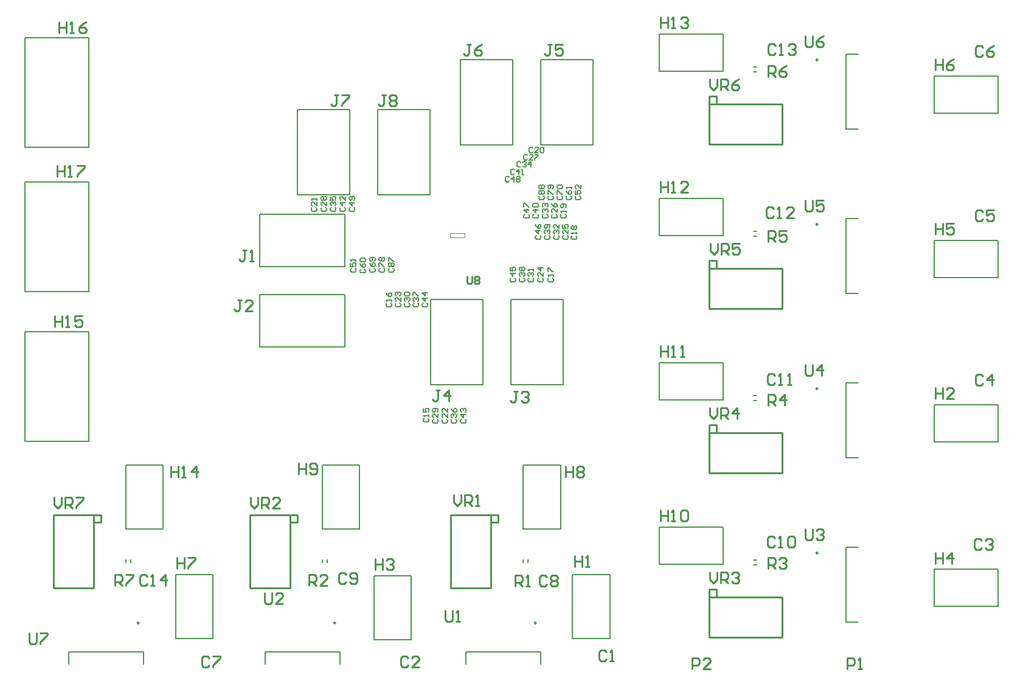
<source format=gto>
G04*
G04 #@! TF.GenerationSoftware,Altium Limited,Altium Designer,21.2.2 (38)*
G04*
G04 Layer_Color=65535*
%FSLAX25Y25*%
%MOIN*%
G70*
G04*
G04 #@! TF.SameCoordinates,7CE423D0-DD0A-4659-BC9C-6402AB630EF7*
G04*
G04*
G04 #@! TF.FilePolarity,Positive*
G04*
G01*
G75*
%ADD10C,0.00984*%
%ADD11C,0.00787*%
%ADD12C,0.00200*%
%ADD13C,0.00600*%
%ADD14C,0.01000*%
%ADD15C,0.00800*%
D10*
X303142Y94353D02*
X302403Y94779D01*
Y93927D01*
X303142Y94353D01*
X193113Y94353D02*
X192375Y94779D01*
Y93927D01*
X193113Y94353D01*
X457605Y132621D02*
X456866Y133047D01*
Y132195D01*
X457605Y132621D01*
Y222621D02*
X456866Y223047D01*
Y222195D01*
X457605Y222621D01*
X457605Y312621D02*
X456866Y313047D01*
Y312195D01*
X457605Y312621D01*
Y402621D02*
X456866Y403047D01*
Y402195D01*
X457605Y402621D01*
X85413Y94353D02*
X84675Y94779D01*
Y93927D01*
X85413Y94353D01*
D11*
X186200Y145731D02*
Y180731D01*
Y145731D02*
X206600D01*
Y180731D01*
X186200D02*
X206600D01*
X78500Y145731D02*
Y180731D01*
Y145731D02*
X98900D01*
Y180731D01*
X78500D02*
X98900D01*
X23200Y335555D02*
X58200D01*
X23200Y275555D02*
Y335555D01*
Y275555D02*
X58200D01*
Y335555D01*
X23200Y253647D02*
X58200D01*
X23200Y193647D02*
Y253647D01*
Y193647D02*
X58200D01*
Y253647D01*
X23200Y414555D02*
X58200D01*
X23200Y354555D02*
Y414555D01*
Y354555D02*
X58200D01*
Y414555D01*
X323228Y85731D02*
X343628D01*
X323228D02*
Y120731D01*
X343628D01*
Y85731D02*
Y120731D01*
X214447Y84900D02*
X234847D01*
X214447D02*
Y119900D01*
X234847D01*
Y84900D02*
Y119900D01*
X556400Y103300D02*
Y123700D01*
X521400Y103300D02*
X556400D01*
X521400D02*
Y123700D01*
X556400D01*
Y283300D02*
Y303700D01*
X521400Y283300D02*
X556400D01*
X521400D02*
Y303700D01*
X556400D01*
Y373300D02*
Y393700D01*
X521400Y373300D02*
X556400D01*
X521400D02*
Y393700D01*
X556400D01*
X105667Y85731D02*
X126067D01*
X105667D02*
Y120731D01*
X126067D01*
Y85731D02*
Y120731D01*
X296228Y180731D02*
X316628D01*
Y145731D02*
Y180731D01*
X296228Y145731D02*
X316628D01*
X296228D02*
Y180731D01*
X370735Y126200D02*
Y146600D01*
X405734D01*
Y126200D02*
Y146600D01*
X370735Y126200D02*
X405734D01*
X370735Y216200D02*
Y236600D01*
X405734D01*
Y216200D02*
Y236600D01*
X370735Y216200D02*
X405734D01*
X370735Y306200D02*
Y326600D01*
X405734D01*
Y306200D02*
Y326600D01*
X370735Y306200D02*
X405734D01*
X370735Y396200D02*
Y416600D01*
X405734D01*
Y396200D02*
Y416600D01*
X370735Y396200D02*
X405734D01*
X556400Y193300D02*
Y213700D01*
X521400Y193300D02*
X556400D01*
X521400D02*
Y213700D01*
X556400D01*
X264756Y78408D02*
X305701D01*
X264756Y71518D02*
Y78408D01*
X305701Y71518D02*
Y78408D01*
X154727Y78408D02*
X195672D01*
X154727Y71518D02*
Y78408D01*
X195672Y71518D02*
Y78408D01*
X473057Y94727D02*
Y135672D01*
Y94727D02*
X479947D01*
X473057Y135672D02*
X479947D01*
X473057Y184728D02*
Y225672D01*
Y184728D02*
X479947D01*
X473057Y225672D02*
X479947D01*
X473057Y274728D02*
Y315672D01*
Y274728D02*
X479947D01*
X473057Y315672D02*
X479947D01*
X473057Y364727D02*
Y405672D01*
Y364727D02*
X479947D01*
X473057Y405672D02*
X479947D01*
X47028Y78408D02*
X87972D01*
X47028Y71518D02*
Y78408D01*
X87972Y71518D02*
Y78408D01*
X422503Y218778D02*
X424078D01*
X422503Y216022D02*
X424078D01*
X422503Y306022D02*
X424078D01*
X422503Y308778D02*
X424078D01*
X422503Y398778D02*
X424078D01*
X422503Y396022D02*
X424078D01*
X422503Y128778D02*
X424078D01*
X422503Y126022D02*
X424078D01*
X188778Y127387D02*
Y128962D01*
X186022Y127387D02*
Y128962D01*
X296050Y127387D02*
Y128962D01*
X298806Y127387D02*
Y128962D01*
X81078Y127387D02*
Y128962D01*
X78322Y127387D02*
Y128962D01*
D12*
X256101Y305154D02*
Y307654D01*
X264101D01*
Y305154D02*
Y307654D01*
X256101Y305154D02*
X264101D01*
D13*
X334400Y355900D02*
Y402500D01*
X305800Y355900D02*
X334400D01*
X305800D02*
Y402500D01*
X334400D01*
X261800Y355900D02*
X290400D01*
Y402500D01*
X261800D02*
X290400D01*
X261800Y355900D02*
Y402500D01*
X318101Y224700D02*
Y271300D01*
X289501Y224700D02*
X318101D01*
X289501D02*
Y271300D01*
X318101D01*
X245501Y224700D02*
X274101D01*
Y271300D01*
X245501D02*
X274101D01*
X245501Y224700D02*
Y271300D01*
X172550Y328700D02*
Y375300D01*
X201150D01*
Y328700D02*
Y375300D01*
X172550Y328700D02*
X201150D01*
X216550Y375300D02*
X245150D01*
X216550Y328700D02*
Y375300D01*
Y328700D02*
X245150D01*
Y375300D01*
X151700Y318000D02*
X198300D01*
Y289400D02*
Y318000D01*
X151700Y289400D02*
X198300D01*
X151700D02*
Y318000D01*
X198300Y245400D02*
Y274000D01*
X151700D02*
X198300D01*
X151700Y245400D02*
Y274000D01*
Y245400D02*
X198300D01*
D14*
X282528Y149375D02*
Y153375D01*
X278528D02*
X282528D01*
Y149675D02*
X282533Y149671D01*
X278533Y149375D02*
X282533D01*
X256428Y153375D02*
X278428D01*
X256428Y113375D02*
X278428D01*
X256428D02*
Y153375D01*
X278428Y113375D02*
Y153375D01*
X172500Y149375D02*
Y153375D01*
X168500D02*
X172500D01*
Y149675D02*
X172504Y149671D01*
X168504Y149375D02*
X172504D01*
X146400Y153375D02*
X168400D01*
X146400Y113375D02*
X168400D01*
X146400D02*
Y153375D01*
X168400Y113375D02*
Y153375D01*
X398090Y112500D02*
X402090D01*
X398090Y108500D02*
Y112500D01*
X401790D02*
X401795Y112504D01*
X402090Y108504D02*
Y112504D01*
X398090Y86400D02*
Y108400D01*
X438090Y86400D02*
Y108400D01*
X398090Y86400D02*
X438090D01*
X398090Y108400D02*
X438090D01*
X398090Y202500D02*
X402090D01*
X398090Y198500D02*
Y202500D01*
X401790D02*
X401795Y202504D01*
X402090Y198504D02*
Y202504D01*
X398090Y176400D02*
Y198400D01*
X438090Y176400D02*
Y198400D01*
X398090Y176400D02*
X438090D01*
X398090Y198400D02*
X438090D01*
X398090Y292500D02*
X402090D01*
X398090Y288500D02*
Y292500D01*
X401790D02*
X401795Y292504D01*
X402090Y288504D02*
Y292504D01*
X398090Y266400D02*
Y288400D01*
X438090Y266400D02*
Y288400D01*
X398090Y266400D02*
X438090D01*
X398090Y288400D02*
X438090D01*
X398090Y382500D02*
X402090D01*
X398090Y378500D02*
Y382500D01*
X401790D02*
X401795Y382504D01*
X402090Y378504D02*
Y382504D01*
X398090Y356400D02*
Y378400D01*
X438090Y356400D02*
Y378400D01*
X398090Y356400D02*
X438090D01*
X398090Y378400D02*
X438090D01*
X64800Y149375D02*
Y153375D01*
X60800D02*
X64800D01*
Y149675D02*
X64804Y149671D01*
X60804Y149375D02*
X64804D01*
X38700Y153375D02*
X60700D01*
X38700Y113375D02*
X60700D01*
X38700D02*
Y153375D01*
X60700Y113375D02*
Y153375D01*
X173102Y181505D02*
Y175507D01*
Y178506D01*
X177100D01*
Y181505D01*
Y175507D01*
X179100Y176506D02*
X180099Y175507D01*
X182099D01*
X183098Y176506D01*
Y180505D01*
X182099Y181505D01*
X180099D01*
X179100Y180505D01*
Y179505D01*
X180099Y178506D01*
X183098D01*
X102998Y180099D02*
Y174101D01*
Y177100D01*
X106997D01*
Y180099D01*
Y174101D01*
X108996D02*
X110995D01*
X109996D01*
Y180099D01*
X108996Y179099D01*
X116993Y174101D02*
Y180099D01*
X113994Y177100D01*
X117993D01*
X40652Y344699D02*
Y338701D01*
Y341700D01*
X44651D01*
Y344699D01*
Y338701D01*
X46650D02*
X48650D01*
X47650D01*
Y344699D01*
X46650Y343699D01*
X51649Y344699D02*
X55648D01*
Y343699D01*
X51649Y339701D01*
Y338701D01*
X39602Y262449D02*
Y256451D01*
Y259450D01*
X43601D01*
Y262449D01*
Y256451D01*
X45601D02*
X47600D01*
X46600D01*
Y262449D01*
X45601Y261449D01*
X54598Y262449D02*
X50599D01*
Y259450D01*
X52598Y260450D01*
X53598D01*
X54598Y259450D01*
Y257451D01*
X53598Y256451D01*
X51599D01*
X50599Y257451D01*
X41802Y423399D02*
Y417401D01*
Y420400D01*
X45801D01*
Y423399D01*
Y417401D01*
X47800D02*
X49800D01*
X48800D01*
Y423399D01*
X47800Y422399D01*
X56798Y423399D02*
X54798Y422399D01*
X52799Y420400D01*
Y418401D01*
X53799Y417401D01*
X55798D01*
X56798Y418401D01*
Y419400D01*
X55798Y420400D01*
X52799D01*
X267300Y411099D02*
X265301D01*
X266301D01*
Y406101D01*
X265301Y405101D01*
X264301D01*
X263302Y406101D01*
X273298Y411099D02*
X271299Y410099D01*
X269300Y408100D01*
Y406101D01*
X270299Y405101D01*
X272299D01*
X273298Y406101D01*
Y407100D01*
X272299Y408100D01*
X269300D01*
X473900Y69100D02*
Y75098D01*
X476899D01*
X477899Y74098D01*
Y72099D01*
X476899Y71099D01*
X473900D01*
X479898Y69100D02*
X481897D01*
X480898D01*
Y75098D01*
X479898Y74098D01*
X388900Y69100D02*
Y75098D01*
X391899D01*
X392899Y74098D01*
Y72099D01*
X391899Y71099D01*
X388900D01*
X398897Y69100D02*
X394898D01*
X398897Y73099D01*
Y74098D01*
X397897Y75098D01*
X395898D01*
X394898Y74098D01*
X547999Y229198D02*
X546999Y230198D01*
X545000D01*
X544000Y229198D01*
Y225200D01*
X545000Y224200D01*
X546999D01*
X547999Y225200D01*
X552997Y224200D02*
Y230198D01*
X549998Y227199D01*
X553997D01*
X522000Y223098D02*
Y217100D01*
Y220099D01*
X525999D01*
Y223098D01*
Y217100D01*
X531997D02*
X527998D01*
X531997Y221099D01*
Y222098D01*
X530997Y223098D01*
X528998D01*
X527998Y222098D01*
X311899Y410998D02*
X309899D01*
X310899D01*
Y406000D01*
X309899Y405000D01*
X308900D01*
X307900Y406000D01*
X317897Y410998D02*
X313898D01*
Y407999D01*
X315897Y408999D01*
X316897D01*
X317897Y407999D01*
Y406000D01*
X316897Y405000D01*
X314898D01*
X313898Y406000D01*
X141900Y271099D02*
X139901D01*
X140901D01*
Y266101D01*
X139901Y265101D01*
X138901D01*
X137902Y266101D01*
X147898Y265101D02*
X143900D01*
X147898Y269100D01*
Y270099D01*
X146899Y271099D01*
X144899D01*
X143900Y270099D01*
X144400Y298399D02*
X142401D01*
X143400D01*
Y293401D01*
X142401Y292401D01*
X141401D01*
X140401Y293401D01*
X146399Y292401D02*
X148399D01*
X147399D01*
Y298399D01*
X146399Y297399D01*
X434201Y140499D02*
X433202Y141499D01*
X431202D01*
X430202Y140499D01*
Y136501D01*
X431202Y135501D01*
X433202D01*
X434201Y136501D01*
X436201Y135501D02*
X438200D01*
X437200D01*
Y141499D01*
X436201Y140499D01*
X441199D02*
X442199Y141499D01*
X444198D01*
X445198Y140499D01*
Y136501D01*
X444198Y135501D01*
X442199D01*
X441199Y136501D01*
Y140499D01*
X39200Y162873D02*
Y158874D01*
X41199Y156875D01*
X43199Y158874D01*
Y162873D01*
X45198Y156875D02*
Y162873D01*
X48197D01*
X49197Y161873D01*
Y159874D01*
X48197Y158874D01*
X45198D01*
X47197D02*
X49197Y156875D01*
X51196Y162873D02*
X55195D01*
Y161873D01*
X51196Y157875D01*
Y156875D01*
X398590Y391998D02*
Y387999D01*
X400590Y386000D01*
X402589Y387999D01*
Y391998D01*
X404588Y386000D02*
Y391998D01*
X407587D01*
X408587Y390998D01*
Y388999D01*
X407587Y387999D01*
X404588D01*
X406588D02*
X408587Y386000D01*
X414585Y391998D02*
X412586Y390998D01*
X410587Y388999D01*
Y387000D01*
X411586Y386000D01*
X413586D01*
X414585Y387000D01*
Y387999D01*
X413586Y388999D01*
X410587D01*
X398635Y301998D02*
Y297999D01*
X400634Y296000D01*
X402633Y297999D01*
Y301998D01*
X404633Y296000D02*
Y301998D01*
X407632D01*
X408631Y300998D01*
Y298999D01*
X407632Y297999D01*
X404633D01*
X406632D02*
X408631Y296000D01*
X414629Y301998D02*
X410631D01*
Y298999D01*
X412630Y299999D01*
X413630D01*
X414629Y298999D01*
Y297000D01*
X413630Y296000D01*
X411630D01*
X410631Y297000D01*
X398565Y211998D02*
Y207999D01*
X400564Y206000D01*
X402564Y207999D01*
Y211998D01*
X404563Y206000D02*
Y211998D01*
X407562D01*
X408562Y210998D01*
Y208999D01*
X407562Y207999D01*
X404563D01*
X406563D02*
X408562Y206000D01*
X413560D02*
Y211998D01*
X410561Y208999D01*
X414560D01*
X398600Y121998D02*
Y117999D01*
X400599Y116000D01*
X402599Y117999D01*
Y121998D01*
X404598Y116000D02*
Y121998D01*
X407597D01*
X408597Y120998D01*
Y118999D01*
X407597Y117999D01*
X404598D01*
X406597D02*
X408597Y116000D01*
X410596Y120998D02*
X411596Y121998D01*
X413595D01*
X414595Y120998D01*
Y119999D01*
X413595Y118999D01*
X412596D01*
X413595D01*
X414595Y117999D01*
Y117000D01*
X413595Y116000D01*
X411596D01*
X410596Y117000D01*
X146900Y162829D02*
Y158830D01*
X148899Y156831D01*
X150899Y158830D01*
Y162829D01*
X152898Y156831D02*
Y162829D01*
X155897D01*
X156897Y161829D01*
Y159830D01*
X155897Y158830D01*
X152898D01*
X154897D02*
X156897Y156831D01*
X162895D02*
X158896D01*
X162895Y160829D01*
Y161829D01*
X161895Y162829D01*
X159896D01*
X158896Y161829D01*
X258262Y164474D02*
Y160475D01*
X260261Y158476D01*
X262261Y160475D01*
Y164474D01*
X264260Y158476D02*
Y164474D01*
X267259D01*
X268259Y163474D01*
Y161475D01*
X267259Y160475D01*
X264260D01*
X266259D02*
X268259Y158476D01*
X270258D02*
X272257D01*
X271258D01*
Y164474D01*
X270258Y163474D01*
X265482Y284094D02*
Y280761D01*
X266149Y280095D01*
X267481D01*
X268148Y280761D01*
Y284094D01*
X269481Y283427D02*
X270147Y284094D01*
X271480D01*
X272147Y283427D01*
Y282761D01*
X271480Y282094D01*
X272147Y281428D01*
Y280761D01*
X271480Y280095D01*
X270147D01*
X269481Y280761D01*
Y281428D01*
X270147Y282094D01*
X269481Y282761D01*
Y283427D01*
X270147Y282094D02*
X271480D01*
X25502Y88730D02*
Y83731D01*
X26501Y82732D01*
X28501D01*
X29500Y83731D01*
Y88730D01*
X31500D02*
X35498D01*
Y87730D01*
X31500Y83731D01*
Y82732D01*
X450690Y415798D02*
Y410800D01*
X451690Y409800D01*
X453689D01*
X454689Y410800D01*
Y415798D01*
X460687D02*
X458688Y414798D01*
X456688Y412799D01*
Y410800D01*
X457688Y409800D01*
X459688D01*
X460687Y410800D01*
Y411799D01*
X459688Y412799D01*
X456688D01*
X450735Y325798D02*
Y320800D01*
X451734Y319800D01*
X453733D01*
X454733Y320800D01*
Y325798D01*
X460731D02*
X456733D01*
Y322799D01*
X458732Y323799D01*
X459732D01*
X460731Y322799D01*
Y320800D01*
X459732Y319800D01*
X457732D01*
X456733Y320800D01*
X450765Y235798D02*
Y230800D01*
X451765Y229800D01*
X453764D01*
X454764Y230800D01*
Y235798D01*
X459762Y229800D02*
Y235798D01*
X456763Y232799D01*
X460762D01*
X450700Y145798D02*
Y140800D01*
X451700Y139800D01*
X453699D01*
X454699Y140800D01*
Y145798D01*
X456698Y144798D02*
X457698Y145798D01*
X459697D01*
X460697Y144798D01*
Y143799D01*
X459697Y142799D01*
X458697D01*
X459697D01*
X460697Y141799D01*
Y140800D01*
X459697Y139800D01*
X457698D01*
X456698Y140800D01*
X154600Y110729D02*
Y105730D01*
X155600Y104731D01*
X157599D01*
X158599Y105730D01*
Y110729D01*
X164597Y104731D02*
X160598D01*
X164597Y108729D01*
Y109729D01*
X163597Y110729D01*
X161598D01*
X160598Y109729D01*
X253461Y100875D02*
Y95877D01*
X254461Y94877D01*
X256460D01*
X257460Y95877D01*
Y100875D01*
X259459Y94877D02*
X261458D01*
X260459D01*
Y100875D01*
X259459Y99875D01*
X72502Y114732D02*
Y120730D01*
X75501D01*
X76500Y119730D01*
Y117731D01*
X75501Y116731D01*
X72502D01*
X74501D02*
X76500Y114732D01*
X78500Y120730D02*
X82498D01*
Y119730D01*
X78500Y115731D01*
Y114732D01*
X430502Y393251D02*
Y399249D01*
X433501D01*
X434500Y398249D01*
Y396250D01*
X433501Y395250D01*
X430502D01*
X432501D02*
X434500Y393251D01*
X440498Y399249D02*
X438499Y398249D01*
X436500Y396250D01*
Y394251D01*
X437499Y393251D01*
X439499D01*
X440498Y394251D01*
Y395250D01*
X439499Y396250D01*
X436500D01*
X430502Y303101D02*
Y309099D01*
X433501D01*
X434500Y308099D01*
Y306100D01*
X433501Y305100D01*
X430502D01*
X432501D02*
X434500Y303101D01*
X440498Y309099D02*
X436500D01*
Y306100D01*
X438499Y307100D01*
X439499D01*
X440498Y306100D01*
Y304101D01*
X439499Y303101D01*
X437499D01*
X436500Y304101D01*
X430302Y213217D02*
Y219215D01*
X433301D01*
X434300Y218215D01*
Y216216D01*
X433301Y215216D01*
X430302D01*
X432301D02*
X434300Y213217D01*
X439299D02*
Y219215D01*
X436300Y216216D01*
X440298D01*
X178765Y114732D02*
Y120730D01*
X181764D01*
X182763Y119730D01*
Y117731D01*
X181764Y116731D01*
X178765D01*
X180764D02*
X182763Y114732D01*
X188761D02*
X184763D01*
X188761Y118730D01*
Y119730D01*
X187762Y120730D01*
X185762D01*
X184763Y119730D01*
X430602Y123901D02*
Y129899D01*
X433601D01*
X434600Y128899D01*
Y126900D01*
X433601Y125900D01*
X430602D01*
X432601D02*
X434600Y123901D01*
X436600Y128899D02*
X437599Y129899D01*
X439599D01*
X440598Y128899D01*
Y127900D01*
X439599Y126900D01*
X438599D01*
X439599D01*
X440598Y125900D01*
Y124901D01*
X439599Y123901D01*
X437599D01*
X436600Y124901D01*
X291861Y114477D02*
Y120475D01*
X294860D01*
X295860Y119475D01*
Y117476D01*
X294860Y116476D01*
X291861D01*
X293860D02*
X295860Y114477D01*
X297859D02*
X299858D01*
X298859D01*
Y120475D01*
X297859Y119475D01*
X220950Y383399D02*
X218951D01*
X219951D01*
Y378401D01*
X218951Y377401D01*
X217951D01*
X216952Y378401D01*
X222950Y382399D02*
X223949Y383399D01*
X225949D01*
X226948Y382399D01*
Y381400D01*
X225949Y380400D01*
X226948Y379400D01*
Y378401D01*
X225949Y377401D01*
X223949D01*
X222950Y378401D01*
Y379400D01*
X223949Y380400D01*
X222950Y381400D01*
Y382399D01*
X223949Y380400D02*
X225949D01*
X194850Y383299D02*
X192851D01*
X193851D01*
Y378301D01*
X192851Y377301D01*
X191851D01*
X190852Y378301D01*
X196850Y383299D02*
X200848D01*
Y382299D01*
X196850Y378301D01*
Y377301D01*
X250302Y221499D02*
X248302D01*
X249302D01*
Y216501D01*
X248302Y215501D01*
X247303D01*
X246303Y216501D01*
X255300Y215501D02*
Y221499D01*
X252301Y218500D01*
X256300D01*
X293201Y220899D02*
X291202D01*
X292202D01*
Y215901D01*
X291202Y214901D01*
X290202D01*
X289203Y215901D01*
X295201Y219899D02*
X296201Y220899D01*
X298200D01*
X299200Y219899D01*
Y218900D01*
X298200Y217900D01*
X297200D01*
X298200D01*
X299200Y216900D01*
Y215901D01*
X298200Y214901D01*
X296201D01*
X295201Y215901D01*
X371390Y425998D02*
Y420000D01*
Y422999D01*
X375389D01*
Y425998D01*
Y420000D01*
X377388D02*
X379388D01*
X378388D01*
Y425998D01*
X377388Y424998D01*
X382387D02*
X383386Y425998D01*
X385386D01*
X386385Y424998D01*
Y423999D01*
X385386Y422999D01*
X384386D01*
X385386D01*
X386385Y421999D01*
Y421000D01*
X385386Y420000D01*
X383386D01*
X382387Y421000D01*
X371335Y335998D02*
Y330000D01*
Y332999D01*
X375333D01*
Y335998D01*
Y330000D01*
X377332D02*
X379332D01*
X378332D01*
Y335998D01*
X377332Y334998D01*
X386330Y330000D02*
X382331D01*
X386330Y333999D01*
Y334998D01*
X385330Y335998D01*
X383331D01*
X382331Y334998D01*
X371365Y245998D02*
Y240000D01*
Y242999D01*
X375364D01*
Y245998D01*
Y240000D01*
X377363D02*
X379363D01*
X378363D01*
Y245998D01*
X377363Y244998D01*
X382362Y240000D02*
X384361D01*
X383361D01*
Y245998D01*
X382362Y244998D01*
X371300Y155998D02*
Y150000D01*
Y152999D01*
X375299D01*
Y155998D01*
Y150000D01*
X377298D02*
X379297D01*
X378298D01*
Y155998D01*
X377298Y154998D01*
X382296D02*
X383296Y155998D01*
X385296D01*
X386295Y154998D01*
Y151000D01*
X385296Y150000D01*
X383296D01*
X382296Y151000D01*
Y154998D01*
X319352Y179899D02*
Y173901D01*
Y176900D01*
X323350D01*
Y179899D01*
Y173901D01*
X325350Y178899D02*
X326349Y179899D01*
X328349D01*
X329348Y178899D01*
Y177900D01*
X328349Y176900D01*
X329348Y175900D01*
Y174901D01*
X328349Y173901D01*
X326349D01*
X325350Y174901D01*
Y175900D01*
X326349Y176900D01*
X325350Y177900D01*
Y178899D01*
X326349Y176900D02*
X328349D01*
X106300Y130073D02*
Y124075D01*
Y127074D01*
X110299D01*
Y130073D01*
Y124075D01*
X112298Y130073D02*
X116297D01*
Y129073D01*
X112298Y125075D01*
Y124075D01*
X522000Y403098D02*
Y397100D01*
Y400099D01*
X525999D01*
Y403098D01*
Y397100D01*
X531997Y403098D02*
X529997Y402098D01*
X527998Y400099D01*
Y398100D01*
X528998Y397100D01*
X530997D01*
X531997Y398100D01*
Y399099D01*
X530997Y400099D01*
X527998D01*
X522000Y313098D02*
Y307100D01*
Y310099D01*
X525999D01*
Y313098D01*
Y307100D01*
X531997Y313098D02*
X527998D01*
Y310099D01*
X529997Y311099D01*
X530997D01*
X531997Y310099D01*
Y308100D01*
X530997Y307100D01*
X528998D01*
X527998Y308100D01*
X522202Y132499D02*
Y126501D01*
Y129500D01*
X526200D01*
Y132499D01*
Y126501D01*
X531199D02*
Y132499D01*
X528200Y129500D01*
X532198D01*
X215048Y129298D02*
Y123300D01*
Y126299D01*
X219046D01*
Y129298D01*
Y123300D01*
X221045Y128298D02*
X222045Y129298D01*
X224045D01*
X225044Y128298D01*
Y127299D01*
X224045Y126299D01*
X223045D01*
X224045D01*
X225044Y125299D01*
Y124300D01*
X224045Y123300D01*
X222045D01*
X221045Y124300D01*
X324330Y131130D02*
Y125132D01*
Y128131D01*
X328328D01*
Y131130D01*
Y125132D01*
X330328D02*
X332327D01*
X331327D01*
Y131130D01*
X330328Y130130D01*
X90001Y119730D02*
X89001Y120730D01*
X87002D01*
X86002Y119730D01*
Y115731D01*
X87002Y114732D01*
X89001D01*
X90001Y115731D01*
X92001Y114732D02*
X94000D01*
X93000D01*
Y120730D01*
X92001Y119730D01*
X99998Y114732D02*
Y120730D01*
X96999Y117731D01*
X100998D01*
X434301Y410399D02*
X433301Y411399D01*
X431302D01*
X430302Y410399D01*
Y406401D01*
X431302Y405401D01*
X433301D01*
X434301Y406401D01*
X436301Y405401D02*
X438300D01*
X437300D01*
Y411399D01*
X436301Y410399D01*
X441299D02*
X442299Y411399D01*
X444298D01*
X445298Y410399D01*
Y409400D01*
X444298Y408400D01*
X443298D01*
X444298D01*
X445298Y407400D01*
Y406401D01*
X444298Y405401D01*
X442299D01*
X441299Y406401D01*
X433501Y320849D02*
X432502Y321849D01*
X430502D01*
X429502Y320849D01*
Y316851D01*
X430502Y315851D01*
X432502D01*
X433501Y316851D01*
X435500Y315851D02*
X437500D01*
X436500D01*
Y321849D01*
X435500Y320849D01*
X444498Y315851D02*
X440499D01*
X444498Y319850D01*
Y320849D01*
X443498Y321849D01*
X441499D01*
X440499Y320849D01*
X434101Y229499D02*
X433101Y230499D01*
X431102D01*
X430102Y229499D01*
Y225501D01*
X431102Y224501D01*
X433101D01*
X434101Y225501D01*
X436100Y224501D02*
X438099D01*
X437100D01*
Y230499D01*
X436100Y229499D01*
X441098Y224501D02*
X443098D01*
X442098D01*
Y230499D01*
X441098Y229499D01*
X199200Y120730D02*
X198201Y121730D01*
X196201D01*
X195202Y120730D01*
Y116731D01*
X196201Y115732D01*
X198201D01*
X199200Y116731D01*
X201200D02*
X202199Y115732D01*
X204199D01*
X205198Y116731D01*
Y120730D01*
X204199Y121730D01*
X202199D01*
X201200Y120730D01*
Y119730D01*
X202199Y118731D01*
X205198D01*
X309160Y119175D02*
X308160Y120175D01*
X306161D01*
X305161Y119175D01*
Y115177D01*
X306161Y114177D01*
X308160D01*
X309160Y115177D01*
X311159Y119175D02*
X312159Y120175D01*
X314158D01*
X315158Y119175D01*
Y118176D01*
X314158Y117176D01*
X315158Y116176D01*
Y115177D01*
X314158Y114177D01*
X312159D01*
X311159Y115177D01*
Y116176D01*
X312159Y117176D01*
X311159Y118176D01*
Y119175D01*
X312159Y117176D02*
X314158D01*
X124199Y75042D02*
X123199Y76042D01*
X121200D01*
X120200Y75042D01*
Y71044D01*
X121200Y70044D01*
X123199D01*
X124199Y71044D01*
X126198Y76042D02*
X130197D01*
Y75042D01*
X126198Y71044D01*
Y70044D01*
X547999Y409198D02*
X546999Y410198D01*
X545000D01*
X544000Y409198D01*
Y405200D01*
X545000Y404200D01*
X546999D01*
X547999Y405200D01*
X553997Y410198D02*
X551997Y409198D01*
X549998Y407199D01*
Y405200D01*
X550998Y404200D01*
X552997D01*
X553997Y405200D01*
Y406199D01*
X552997Y407199D01*
X549998D01*
X547999Y319198D02*
X546999Y320198D01*
X545000D01*
X544000Y319198D01*
Y315200D01*
X545000Y314200D01*
X546999D01*
X547999Y315200D01*
X553997Y320198D02*
X549998D01*
Y317199D01*
X551997Y318199D01*
X552997D01*
X553997Y317199D01*
Y315200D01*
X552997Y314200D01*
X550998D01*
X549998Y315200D01*
X547500Y139199D02*
X546501Y140199D01*
X544501D01*
X543502Y139199D01*
Y135201D01*
X544501Y134201D01*
X546501D01*
X547500Y135201D01*
X549500Y139199D02*
X550499Y140199D01*
X552499D01*
X553498Y139199D01*
Y138200D01*
X552499Y137200D01*
X551499D01*
X552499D01*
X553498Y136200D01*
Y135201D01*
X552499Y134201D01*
X550499D01*
X549500Y135201D01*
X233063Y75098D02*
X232063Y76098D01*
X230064D01*
X229064Y75098D01*
Y71100D01*
X230064Y70100D01*
X232063D01*
X233063Y71100D01*
X239061Y70100D02*
X235062D01*
X239061Y74099D01*
Y75098D01*
X238061Y76098D01*
X236062D01*
X235062Y75098D01*
X341684Y78299D02*
X340685Y79299D01*
X338685D01*
X337685Y78299D01*
Y74301D01*
X338685Y73301D01*
X340685D01*
X341684Y74301D01*
X343684Y73301D02*
X345683D01*
X344683D01*
Y79299D01*
X343684Y78299D01*
D15*
X325237Y328002D02*
X324737Y327502D01*
Y326503D01*
X325237Y326003D01*
X327236D01*
X327736Y326503D01*
Y327502D01*
X327236Y328002D01*
X324737Y331001D02*
Y329002D01*
X326236D01*
X325736Y330002D01*
Y330502D01*
X326236Y331001D01*
X327236D01*
X327736Y330502D01*
Y329502D01*
X327236Y329002D01*
X327736Y334000D02*
Y332001D01*
X325736Y334000D01*
X325237D01*
X324737Y333501D01*
Y332501D01*
X325237Y332001D01*
X320236Y328002D02*
X319737Y327502D01*
Y326503D01*
X320236Y326003D01*
X322236D01*
X322736Y326503D01*
Y327502D01*
X322236Y328002D01*
X319737Y331001D02*
X320236Y330002D01*
X321236Y329002D01*
X322236D01*
X322736Y329502D01*
Y330502D01*
X322236Y331001D01*
X321736D01*
X321236Y330502D01*
Y329002D01*
X322736Y332001D02*
Y333001D01*
Y332501D01*
X319737D01*
X320236Y332001D01*
X315236Y328002D02*
X314737Y327502D01*
Y326503D01*
X315236Y326003D01*
X317236D01*
X317736Y326503D01*
Y327502D01*
X317236Y328002D01*
X314737Y329002D02*
Y331001D01*
X315236D01*
X317236Y329002D01*
X317736D01*
X315236Y332001D02*
X314737Y332501D01*
Y333501D01*
X315236Y334000D01*
X317236D01*
X317736Y333501D01*
Y332501D01*
X317236Y332001D01*
X315236D01*
X310237Y328002D02*
X309737Y327502D01*
Y326503D01*
X310237Y326003D01*
X312236D01*
X312736Y326503D01*
Y327502D01*
X312236Y328002D01*
X309737Y329002D02*
Y331001D01*
X310237D01*
X312236Y329002D01*
X312736D01*
X312236Y332001D02*
X312736Y332501D01*
Y333501D01*
X312236Y334000D01*
X310237D01*
X309737Y333501D01*
Y332501D01*
X310237Y332001D01*
X310736D01*
X311236Y332501D01*
Y334000D01*
X305237Y328002D02*
X304737Y327502D01*
Y326503D01*
X305237Y326003D01*
X307236D01*
X307736Y326503D01*
Y327502D01*
X307236Y328002D01*
X305237Y329002D02*
X304737Y329502D01*
Y330502D01*
X305237Y331001D01*
X305736D01*
X306236Y330502D01*
X306736Y331001D01*
X307236D01*
X307736Y330502D01*
Y329502D01*
X307236Y329002D01*
X306736D01*
X306236Y329502D01*
X305736Y329002D01*
X305237D01*
X306236Y329502D02*
Y330502D01*
X305237Y332001D02*
X304737Y332501D01*
Y333501D01*
X305237Y334000D01*
X305736D01*
X306236Y333501D01*
X306736Y334000D01*
X307236D01*
X307736Y333501D01*
Y332501D01*
X307236Y332001D01*
X306736D01*
X306236Y332501D01*
X305736Y332001D01*
X305237D01*
X306236Y332501D02*
Y333501D01*
X317250Y318085D02*
X316750Y317585D01*
Y316586D01*
X317250Y316086D01*
X319249D01*
X319749Y316586D01*
Y317585D01*
X319249Y318085D01*
X319749Y319085D02*
Y320085D01*
Y319585D01*
X316750D01*
X317250Y319085D01*
X319249Y321584D02*
X319749Y322084D01*
Y323084D01*
X319249Y323584D01*
X317250D01*
X316750Y323084D01*
Y322084D01*
X317250Y321584D01*
X317750D01*
X318250Y322084D01*
Y323584D01*
X312188Y317835D02*
X311688Y317336D01*
Y316336D01*
X312188Y315836D01*
X314187D01*
X314687Y316336D01*
Y317336D01*
X314187Y317835D01*
X314687Y320834D02*
Y318835D01*
X312687Y320834D01*
X312188D01*
X311688Y320335D01*
Y319335D01*
X312188Y318835D01*
X311688Y323833D02*
X312188Y322834D01*
X313187Y321834D01*
X314187D01*
X314687Y322334D01*
Y323334D01*
X314187Y323833D01*
X313687D01*
X313187Y323334D01*
Y321834D01*
X307125Y317835D02*
X306625Y317336D01*
Y316336D01*
X307125Y315836D01*
X309124D01*
X309624Y316336D01*
Y317336D01*
X309124Y317835D01*
X307125Y318835D02*
X306625Y319335D01*
Y320335D01*
X307125Y320834D01*
X307625D01*
X308125Y320335D01*
Y319835D01*
Y320335D01*
X308625Y320834D01*
X309124D01*
X309624Y320335D01*
Y319335D01*
X309124Y318835D01*
X307125Y321834D02*
X306625Y322334D01*
Y323334D01*
X307125Y323833D01*
X307625D01*
X308125Y323334D01*
Y322834D01*
Y323334D01*
X308625Y323833D01*
X309124D01*
X309624Y323334D01*
Y322334D01*
X309124Y321834D01*
X302063Y317835D02*
X301563Y317336D01*
Y316336D01*
X302063Y315836D01*
X304062D01*
X304562Y316336D01*
Y317336D01*
X304062Y317835D01*
X304562Y320335D02*
X301563D01*
X303062Y318835D01*
Y320834D01*
X302063Y321834D02*
X301563Y322334D01*
Y323334D01*
X302063Y323833D01*
X304062D01*
X304562Y323334D01*
Y322334D01*
X304062Y321834D01*
X302063D01*
X297000Y317835D02*
X296500Y317336D01*
Y316336D01*
X297000Y315836D01*
X298999D01*
X299499Y316336D01*
Y317336D01*
X298999Y317835D01*
X299499Y320335D02*
X296500D01*
X298000Y318835D01*
Y320834D01*
X296500Y321834D02*
Y323833D01*
X297000D01*
X298999Y321834D01*
X299499D01*
X201978Y288482D02*
X201478Y287982D01*
Y286982D01*
X201978Y286483D01*
X203977D01*
X204477Y286982D01*
Y287982D01*
X203977Y288482D01*
X201478Y291481D02*
Y289482D01*
X202978D01*
X202478Y290481D01*
Y290981D01*
X202978Y291481D01*
X203977D01*
X204477Y290981D01*
Y289981D01*
X203977Y289482D01*
X204477Y292481D02*
Y293480D01*
Y292981D01*
X201478D01*
X201978Y292481D01*
X207228Y287982D02*
X206728Y287482D01*
Y286483D01*
X207228Y285983D01*
X209227D01*
X209727Y286483D01*
Y287482D01*
X209227Y287982D01*
X206728Y290981D02*
X207228Y289981D01*
X208228Y288982D01*
X209227D01*
X209727Y289482D01*
Y290481D01*
X209227Y290981D01*
X208728D01*
X208228Y290481D01*
Y288982D01*
X207228Y291981D02*
X206728Y292481D01*
Y293480D01*
X207228Y293980D01*
X209227D01*
X209727Y293480D01*
Y292481D01*
X209227Y291981D01*
X207228D01*
X212478Y288482D02*
X211978Y287982D01*
Y286982D01*
X212478Y286483D01*
X214477D01*
X214977Y286982D01*
Y287982D01*
X214477Y288482D01*
X211978Y291481D02*
X212478Y290481D01*
X213478Y289482D01*
X214477D01*
X214977Y289981D01*
Y290981D01*
X214477Y291481D01*
X213978D01*
X213478Y290981D01*
Y289482D01*
X214477Y292481D02*
X214977Y292980D01*
Y293980D01*
X214477Y294480D01*
X212478D01*
X211978Y293980D01*
Y292980D01*
X212478Y292481D01*
X212978D01*
X213478Y292980D01*
Y294480D01*
X217728Y288482D02*
X217228Y287982D01*
Y286982D01*
X217728Y286483D01*
X219727D01*
X220227Y286982D01*
Y287982D01*
X219727Y288482D01*
X217228Y289482D02*
Y291481D01*
X217728D01*
X219727Y289482D01*
X220227D01*
X217728Y292481D02*
X217228Y292980D01*
Y293980D01*
X217728Y294480D01*
X218228D01*
X218728Y293980D01*
X219228Y294480D01*
X219727D01*
X220227Y293980D01*
Y292980D01*
X219727Y292481D01*
X219228D01*
X218728Y292980D01*
X218228Y292481D01*
X217728D01*
X218728Y292980D02*
Y293980D01*
X222864Y288482D02*
X222364Y287982D01*
Y286982D01*
X222864Y286483D01*
X224863D01*
X225363Y286982D01*
Y287982D01*
X224863Y288482D01*
X222864Y289482D02*
X222364Y289981D01*
Y290981D01*
X222864Y291481D01*
X223363D01*
X223863Y290981D01*
X224363Y291481D01*
X224863D01*
X225363Y290981D01*
Y289981D01*
X224863Y289482D01*
X224363D01*
X223863Y289981D01*
X223363Y289482D01*
X222864D01*
X223863Y289981D02*
Y290981D01*
X222364Y292481D02*
Y294480D01*
X222864D01*
X224863Y292481D01*
X225363D01*
X201417Y321773D02*
X200918Y321274D01*
Y320274D01*
X201417Y319774D01*
X203417D01*
X203917Y320274D01*
Y321274D01*
X203417Y321773D01*
X203917Y324273D02*
X200918D01*
X202417Y322773D01*
Y324772D01*
X203417Y325772D02*
X203917Y326272D01*
Y327272D01*
X203417Y327771D01*
X201417D01*
X200918Y327272D01*
Y326272D01*
X201417Y325772D01*
X201917D01*
X202417Y326272D01*
Y327771D01*
X288471Y338160D02*
X287971Y338660D01*
X286972D01*
X286472Y338160D01*
Y336161D01*
X286972Y335661D01*
X287971D01*
X288471Y336161D01*
X290970Y335661D02*
Y338660D01*
X289471Y337161D01*
X291470D01*
X292470Y338160D02*
X292970Y338660D01*
X293969D01*
X294469Y338160D01*
Y337661D01*
X293969Y337161D01*
X294469Y336661D01*
Y336161D01*
X293969Y335661D01*
X292970D01*
X292470Y336161D01*
Y336661D01*
X292970Y337161D01*
X292470Y337661D01*
Y338160D01*
X292970Y337161D02*
X293969D01*
X303365Y306367D02*
X302865Y305867D01*
Y304867D01*
X303365Y304367D01*
X305365D01*
X305864Y304867D01*
Y305867D01*
X305365Y306367D01*
X305864Y308866D02*
X302865D01*
X304365Y307366D01*
Y309366D01*
X302865Y312365D02*
X303365Y311365D01*
X304365Y310365D01*
X305365D01*
X305864Y310865D01*
Y311865D01*
X305365Y312365D01*
X304865D01*
X304365Y311865D01*
Y310365D01*
X289587Y283115D02*
X289087Y282615D01*
Y281616D01*
X289587Y281116D01*
X291586D01*
X292086Y281616D01*
Y282615D01*
X291586Y283115D01*
X292086Y285614D02*
X289087D01*
X290587Y284115D01*
Y286114D01*
X289087Y289113D02*
Y287114D01*
X290587D01*
X290087Y288114D01*
Y288613D01*
X290587Y289113D01*
X291586D01*
X292086Y288613D01*
Y287614D01*
X291586Y287114D01*
X241400Y269401D02*
X240900Y268901D01*
Y267901D01*
X241400Y267401D01*
X243400D01*
X243899Y267901D01*
Y268901D01*
X243400Y269401D01*
X243899Y271900D02*
X240900D01*
X242400Y270400D01*
Y272400D01*
X243899Y274899D02*
X240900D01*
X242400Y273399D01*
Y275399D01*
X262351Y205788D02*
X261851Y205288D01*
Y204288D01*
X262351Y203788D01*
X264351D01*
X264850Y204288D01*
Y205288D01*
X264351Y205788D01*
X264850Y208287D02*
X261851D01*
X263351Y206787D01*
Y208787D01*
X262351Y209787D02*
X261851Y210286D01*
Y211286D01*
X262351Y211786D01*
X262851D01*
X263351Y211286D01*
Y210786D01*
Y211286D01*
X263851Y211786D01*
X264351D01*
X264850Y211286D01*
Y210286D01*
X264351Y209787D01*
X196213Y321773D02*
X195713Y321274D01*
Y320274D01*
X196213Y319774D01*
X198212D01*
X198712Y320274D01*
Y321274D01*
X198212Y321773D01*
X198712Y324273D02*
X195713D01*
X197213Y322773D01*
Y324772D01*
X198712Y327771D02*
Y325772D01*
X196713Y327771D01*
X196213D01*
X195713Y327272D01*
Y326272D01*
X196213Y325772D01*
X291291Y342161D02*
X290791Y342660D01*
X289791D01*
X289292Y342161D01*
Y340161D01*
X289791Y339661D01*
X290791D01*
X291291Y340161D01*
X293790Y339661D02*
Y342660D01*
X292291Y341161D01*
X294290D01*
X295290Y339661D02*
X296289D01*
X295790D01*
Y342660D01*
X295290Y342161D01*
X308365Y306367D02*
X307865Y305867D01*
Y304867D01*
X308365Y304367D01*
X310365D01*
X310864Y304867D01*
Y305867D01*
X310365Y306367D01*
X308365Y307366D02*
X307865Y307866D01*
Y308866D01*
X308365Y309366D01*
X308865D01*
X309365Y308866D01*
Y308366D01*
Y308866D01*
X309865Y309366D01*
X310365D01*
X310864Y308866D01*
Y307866D01*
X310365Y307366D01*
Y310365D02*
X310864Y310865D01*
Y311865D01*
X310365Y312365D01*
X308365D01*
X307865Y311865D01*
Y310865D01*
X308365Y310365D01*
X308865D01*
X309365Y310865D01*
Y312365D01*
X294587Y283115D02*
X294087Y282615D01*
Y281616D01*
X294587Y281116D01*
X296586D01*
X297086Y281616D01*
Y282615D01*
X296586Y283115D01*
X294587Y284115D02*
X294087Y284615D01*
Y285614D01*
X294587Y286114D01*
X295087D01*
X295587Y285614D01*
Y285115D01*
Y285614D01*
X296087Y286114D01*
X296586D01*
X297086Y285614D01*
Y284615D01*
X296586Y284115D01*
X294587Y287114D02*
X294087Y287614D01*
Y288613D01*
X294587Y289113D01*
X295087D01*
X295587Y288613D01*
X296087Y289113D01*
X296586D01*
X297086Y288613D01*
Y287614D01*
X296586Y287114D01*
X296087D01*
X295587Y287614D01*
X295087Y287114D01*
X294587D01*
X295587Y287614D02*
Y288613D01*
X236445Y269401D02*
X235945Y268901D01*
Y267901D01*
X236445Y267401D01*
X238445D01*
X238945Y267901D01*
Y268901D01*
X238445Y269401D01*
X236445Y270400D02*
X235945Y270900D01*
Y271900D01*
X236445Y272400D01*
X236945D01*
X237445Y271900D01*
Y271400D01*
Y271900D01*
X237945Y272400D01*
X238445D01*
X238945Y271900D01*
Y270900D01*
X238445Y270400D01*
X235945Y273399D02*
Y275399D01*
X236445D01*
X238445Y273399D01*
X238945D01*
X257259Y205788D02*
X256760Y205288D01*
Y204288D01*
X257259Y203788D01*
X259259D01*
X259759Y204288D01*
Y205288D01*
X259259Y205788D01*
X257259Y206787D02*
X256760Y207287D01*
Y208287D01*
X257259Y208787D01*
X257759D01*
X258259Y208287D01*
Y207787D01*
Y208287D01*
X258759Y208787D01*
X259259D01*
X259759Y208287D01*
Y207287D01*
X259259Y206787D01*
X256760Y211786D02*
X257259Y210786D01*
X258259Y209787D01*
X259259D01*
X259759Y210286D01*
Y211286D01*
X259259Y211786D01*
X258759D01*
X258259Y211286D01*
Y209787D01*
X191008Y321773D02*
X190509Y321274D01*
Y320274D01*
X191008Y319774D01*
X193008D01*
X193508Y320274D01*
Y321274D01*
X193008Y321773D01*
X191008Y322773D02*
X190509Y323273D01*
Y324273D01*
X191008Y324772D01*
X191508D01*
X192008Y324273D01*
Y323773D01*
Y324273D01*
X192508Y324772D01*
X193008D01*
X193508Y324273D01*
Y323273D01*
X193008Y322773D01*
X190509Y327771D02*
Y325772D01*
X192008D01*
X191508Y326772D01*
Y327272D01*
X192008Y327771D01*
X193008D01*
X193508Y327272D01*
Y326272D01*
X193008Y325772D01*
X294790Y346333D02*
X294290Y346832D01*
X293290D01*
X292791Y346333D01*
Y344333D01*
X293290Y343833D01*
X294290D01*
X294790Y344333D01*
X295790Y346333D02*
X296289Y346832D01*
X297289D01*
X297789Y346333D01*
Y345833D01*
X297289Y345333D01*
X296789D01*
X297289D01*
X297789Y344833D01*
Y344333D01*
X297289Y343833D01*
X296289D01*
X295790Y344333D01*
X300288Y343833D02*
Y346832D01*
X298788Y345333D01*
X300788D01*
X313365Y306367D02*
X312865Y305867D01*
Y304867D01*
X313365Y304367D01*
X315365D01*
X315864Y304867D01*
Y305867D01*
X315365Y306367D01*
X313365Y307366D02*
X312865Y307866D01*
Y308866D01*
X313365Y309366D01*
X313865D01*
X314365Y308866D01*
Y308366D01*
Y308866D01*
X314865Y309366D01*
X315365D01*
X315864Y308866D01*
Y307866D01*
X315365Y307366D01*
X315864Y312365D02*
Y310365D01*
X313865Y312365D01*
X313365D01*
X312865Y311865D01*
Y310865D01*
X313365Y310365D01*
X299387Y283115D02*
X298887Y282615D01*
Y281616D01*
X299387Y281116D01*
X301386D01*
X301886Y281616D01*
Y282615D01*
X301386Y283115D01*
X299387Y284115D02*
X298887Y284615D01*
Y285614D01*
X299387Y286114D01*
X299887D01*
X300387Y285614D01*
Y285115D01*
Y285614D01*
X300887Y286114D01*
X301386D01*
X301886Y285614D01*
Y284615D01*
X301386Y284115D01*
X301886Y287114D02*
Y288114D01*
Y287614D01*
X298887D01*
X299387Y287114D01*
X231490Y269401D02*
X230990Y268901D01*
Y267901D01*
X231490Y267401D01*
X233490D01*
X233989Y267901D01*
Y268901D01*
X233490Y269401D01*
X231490Y270400D02*
X230990Y270900D01*
Y271900D01*
X231490Y272400D01*
X231990D01*
X232490Y271900D01*
Y271400D01*
Y271900D01*
X232990Y272400D01*
X233490D01*
X233989Y271900D01*
Y270900D01*
X233490Y270400D01*
X231490Y273399D02*
X230990Y273899D01*
Y274899D01*
X231490Y275399D01*
X233490D01*
X233989Y274899D01*
Y273899D01*
X233490Y273399D01*
X231490D01*
X247076Y205788D02*
X246576Y205288D01*
Y204288D01*
X247076Y203788D01*
X249076D01*
X249575Y204288D01*
Y205288D01*
X249076Y205788D01*
X249575Y208787D02*
Y206787D01*
X247576Y208787D01*
X247076D01*
X246576Y208287D01*
Y207287D01*
X247076Y206787D01*
X249076Y209787D02*
X249575Y210286D01*
Y211286D01*
X249076Y211786D01*
X247076D01*
X246576Y211286D01*
Y210286D01*
X247076Y209787D01*
X247576D01*
X248076Y210286D01*
Y211786D01*
X185804Y321773D02*
X185304Y321274D01*
Y320274D01*
X185804Y319774D01*
X187803D01*
X188303Y320274D01*
Y321274D01*
X187803Y321773D01*
X188303Y324772D02*
Y322773D01*
X186304Y324772D01*
X185804D01*
X185304Y324273D01*
Y323273D01*
X185804Y322773D01*
Y325772D02*
X185304Y326272D01*
Y327272D01*
X185804Y327771D01*
X186304D01*
X186804Y327272D01*
X187304Y327771D01*
X187803D01*
X188303Y327272D01*
Y326272D01*
X187803Y325772D01*
X187304D01*
X186804Y326272D01*
X186304Y325772D01*
X185804D01*
X186804Y326272D02*
Y327272D01*
X298471Y350161D02*
X297971Y350660D01*
X296972D01*
X296472Y350161D01*
Y348161D01*
X296972Y347661D01*
X297971D01*
X298471Y348161D01*
X301470Y347661D02*
X299471D01*
X301470Y349661D01*
Y350161D01*
X300971Y350660D01*
X299971D01*
X299471Y350161D01*
X302470Y350660D02*
X304469D01*
Y350161D01*
X302470Y348161D01*
Y347661D01*
X318365Y306367D02*
X317865Y305867D01*
Y304867D01*
X318365Y304367D01*
X320365D01*
X320864Y304867D01*
Y305867D01*
X320365Y306367D01*
X320864Y309366D02*
Y307366D01*
X318865Y309366D01*
X318365D01*
X317865Y308866D01*
Y307866D01*
X318365Y307366D01*
X317865Y312365D02*
Y310365D01*
X319365D01*
X318865Y311365D01*
Y311865D01*
X319365Y312365D01*
X320365D01*
X320864Y311865D01*
Y310865D01*
X320365Y310365D01*
X304787Y283115D02*
X304287Y282615D01*
Y281616D01*
X304787Y281116D01*
X306786D01*
X307286Y281616D01*
Y282615D01*
X306786Y283115D01*
X307286Y286114D02*
Y284115D01*
X305287Y286114D01*
X304787D01*
X304287Y285614D01*
Y284615D01*
X304787Y284115D01*
X307286Y288613D02*
X304287D01*
X305787Y287114D01*
Y289113D01*
X226535Y269401D02*
X226035Y268901D01*
Y267901D01*
X226535Y267401D01*
X228535D01*
X229034Y267901D01*
Y268901D01*
X228535Y269401D01*
X229034Y272400D02*
Y270400D01*
X227035Y272400D01*
X226535D01*
X226035Y271900D01*
Y270900D01*
X226535Y270400D01*
Y273399D02*
X226035Y273899D01*
Y274899D01*
X226535Y275399D01*
X227035D01*
X227535Y274899D01*
Y274399D01*
Y274899D01*
X228035Y275399D01*
X228535D01*
X229034Y274899D01*
Y273899D01*
X228535Y273399D01*
X252168Y205788D02*
X251668Y205288D01*
Y204288D01*
X252168Y203788D01*
X254167D01*
X254667Y204288D01*
Y205288D01*
X254167Y205788D01*
X254667Y208787D02*
Y206787D01*
X252668Y208787D01*
X252168D01*
X251668Y208287D01*
Y207287D01*
X252168Y206787D01*
X254667Y211786D02*
Y209787D01*
X252668Y211786D01*
X252168D01*
X251668Y211286D01*
Y210286D01*
X252168Y209787D01*
X180600Y321773D02*
X180100Y321274D01*
Y320274D01*
X180600Y319774D01*
X182599D01*
X183099Y320274D01*
Y321274D01*
X182599Y321773D01*
X183099Y324772D02*
Y322773D01*
X181099Y324772D01*
X180600D01*
X180100Y324273D01*
Y323273D01*
X180600Y322773D01*
X183099Y325772D02*
Y326772D01*
Y326272D01*
X180100D01*
X180600Y325772D01*
X301471Y354160D02*
X300971Y354660D01*
X299972D01*
X299472Y354160D01*
Y352161D01*
X299972Y351661D01*
X300971D01*
X301471Y352161D01*
X304470Y351661D02*
X302471D01*
X304470Y353661D01*
Y354160D01*
X303971Y354660D01*
X302971D01*
X302471Y354160D01*
X305470D02*
X305970Y354660D01*
X306969D01*
X307469Y354160D01*
Y352161D01*
X306969Y351661D01*
X305970D01*
X305470Y352161D01*
Y354160D01*
X323080Y306249D02*
X322581Y305750D01*
Y304750D01*
X323080Y304250D01*
X325080D01*
X325580Y304750D01*
Y305750D01*
X325080Y306249D01*
X325580Y307249D02*
Y308249D01*
Y307749D01*
X322581D01*
X323080Y307249D01*
Y309748D02*
X322581Y310248D01*
Y311248D01*
X323080Y311748D01*
X323580D01*
X324080Y311248D01*
X324580Y311748D01*
X325080D01*
X325580Y311248D01*
Y310248D01*
X325080Y309748D01*
X324580D01*
X324080Y310248D01*
X323580Y309748D01*
X323080D01*
X324080Y310248D02*
Y311248D01*
X310287Y283115D02*
X309787Y282615D01*
Y281616D01*
X310287Y281116D01*
X312286D01*
X312786Y281616D01*
Y282615D01*
X312286Y283115D01*
X312786Y284115D02*
Y285115D01*
Y284615D01*
X309787D01*
X310287Y284115D01*
X309787Y286614D02*
Y288613D01*
X310287D01*
X312286Y286614D01*
X312786D01*
X221580Y269401D02*
X221080Y268901D01*
Y267901D01*
X221580Y267401D01*
X223580D01*
X224079Y267901D01*
Y268901D01*
X223580Y269401D01*
X224079Y270400D02*
Y271400D01*
Y270900D01*
X221080D01*
X221580Y270400D01*
X221080Y274899D02*
X221580Y273899D01*
X222580Y272900D01*
X223580D01*
X224079Y273399D01*
Y274399D01*
X223580Y274899D01*
X223080D01*
X222580Y274399D01*
Y272900D01*
X241985Y206288D02*
X241485Y205788D01*
Y204788D01*
X241985Y204288D01*
X243984D01*
X244484Y204788D01*
Y205788D01*
X243984Y206288D01*
X244484Y207287D02*
Y208287D01*
Y207787D01*
X241485D01*
X241985Y207287D01*
X241485Y211786D02*
Y209787D01*
X242984D01*
X242484Y210786D01*
Y211286D01*
X242984Y211786D01*
X243984D01*
X244484Y211286D01*
Y210286D01*
X243984Y209787D01*
M02*

</source>
